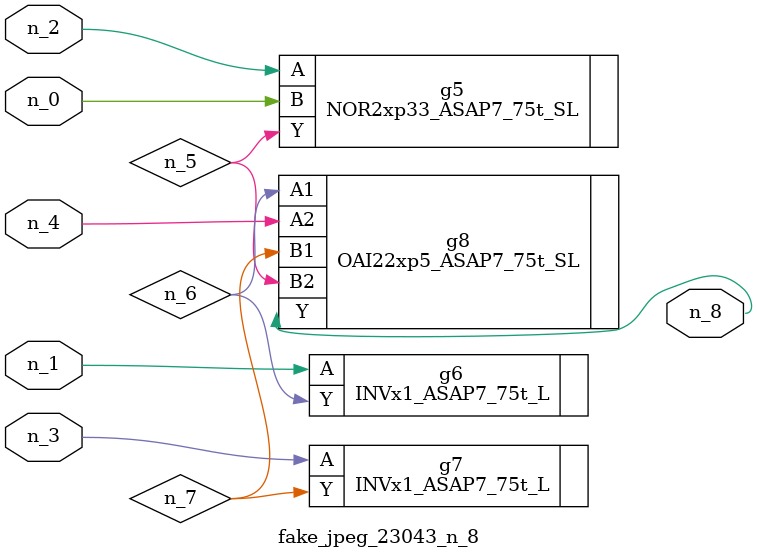
<source format=v>
module fake_jpeg_23043_n_8 (n_3, n_2, n_1, n_0, n_4, n_8);

input n_3;
input n_2;
input n_1;
input n_0;
input n_4;

output n_8;

wire n_6;
wire n_5;
wire n_7;

NOR2xp33_ASAP7_75t_SL g5 ( 
.A(n_2),
.B(n_0),
.Y(n_5)
);

INVx1_ASAP7_75t_L g6 ( 
.A(n_1),
.Y(n_6)
);

INVx1_ASAP7_75t_L g7 ( 
.A(n_3),
.Y(n_7)
);

OAI22xp5_ASAP7_75t_SL g8 ( 
.A1(n_6),
.A2(n_4),
.B1(n_7),
.B2(n_5),
.Y(n_8)
);


endmodule
</source>
